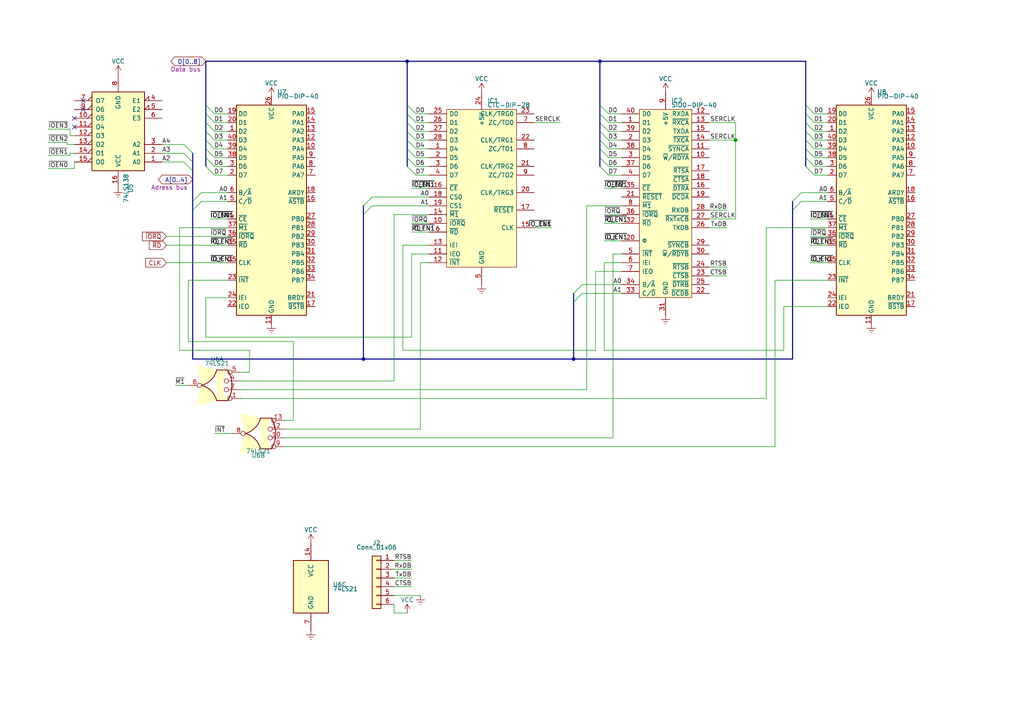
<source format=kicad_sch>
(kicad_sch (version 20220104) (generator eeschema)
  (paper "A4")
  (lib_symbols
    (symbol "74xx:74LS138" (pin_names (offset 1.016))
      (property "Reference" "U" (at -7.62 11.43 0))
      (property "Value" "74LS138" (at -7.62 -13.97 0))
      (symbol "74LS138_1_0"
        (pin input line (at -12.7 7.62 0) (length 5.08) (name "A0") (number "1"))
        (pin output output_low (at 12.7 -5.08 180) (length 5.08) (name "O5") (number "10"))
        (pin output output_low (at 12.7 -2.54 180) (length 5.08) (name "O4") (number "11"))
        (pin output output_low (at 12.7 0 180) (length 5.08) (name "O3") (number "12"))
        (pin output output_low (at 12.7 2.54 180) (length 5.08) (name "O2") (number "13"))
        (pin output output_low (at 12.7 5.08 180) (length 5.08) (name "O1") (number "14"))
        (pin output output_low (at 12.7 7.62 180) (length 5.08) (name "O0") (number "15"))
        (pin power_in line (at 0 15.24 270) (length 5.08) (name "VCC") (number "16"))
        (pin input line (at -12.7 5.08 0) (length 5.08) (name "A1") (number "2"))
        (pin input line (at -12.7 2.54 0) (length 5.08) (name "A2") (number "3"))
        (pin input input_low (at -12.7 -10.16 0) (length 5.08) (name "E1") (number "4"))
        (pin input input_low (at -12.7 -7.62 0) (length 5.08) (name "E2") (number "5"))
        (pin input line (at -12.7 -5.08 0) (length 5.08) (name "E3") (number "6"))
        (pin output output_low (at 12.7 -10.16 180) (length 5.08) (name "O7") (number "7"))
        (pin power_in line (at 0 -17.78 90) (length 5.08) (name "GND") (number "8"))
        (pin output output_low (at 12.7 -7.62 180) (length 5.08) (name "O6") (number "9"))
      )
      (symbol "74LS138_1_1"
        (rectangle (start -7.62 10.16) (end 7.62 -12.7) (stroke (width 0.254)) (fill (type background)))
      )
    )
    (symbol "74xx:74LS21" (pin_names (offset 1.016))
      (property "Reference" "U" (at 0 1.27 0))
      (property "Value" "74LS21" (at 0 -1.27 0))
      (symbol "74LS21_1_1"
        (arc (start -0.635 4.445) (mid -5.08 0) (end -0.635 -4.445) (stroke (width 0.254)) (fill (type background)))
        (polyline (pts (xy -0.635 4.445) (xy -3.81 4.445) (xy -3.81 -4.445) (xy -0.635 -4.445)) (stroke (width 0.254)) (fill (type background)))
        (pin input line (at -7.62 3.81 0) (length 3.81) (name "~") (number "1"))
        (pin input line (at -7.62 1.27 0) (length 3.81) (name "~") (number "2"))
        (pin input line (at -7.62 -1.27 0) (length 3.81) (name "~") (number "4"))
        (pin input line (at -7.62 -3.81 0) (length 3.81) (name "~") (number "5"))
        (pin output line (at 7.62 0 180) (length 3.81) (name "~") (number "6"))
      )
      (symbol "74LS21_1_2"
        (arc (start -3.81 4.445) (mid -20.0158 0) (end -3.81 -4.445) (stroke (width 0.254)))
        (arc (start -0.6096 4.445) (mid -6.3723 -5.7043) (end 3.81 0) (stroke (width 0.254)) (fill (type background)))
        (polyline (pts (xy -3.81 -4.445) (xy -0.635 -4.445)) (stroke (width 0.254)) (fill (type background)))
        (polyline (pts (xy -3.81 4.445) (xy -0.635 4.445)) (stroke (width 0.254)) (fill (type background)))
        (polyline (pts (xy -0.635 4.445) (xy -3.81 4.445) (xy -3.81 4.445) (xy -3.6322 4.0894) (xy -3.0988 2.921) (xy -2.7686 1.6764) (xy -2.6162 0.4318) (xy -2.6416 -0.8636) (xy -2.8702 -2.1082) (xy -3.2512 -3.3274) (xy -3.81 -4.445) (xy -3.81 -4.445) (xy -0.635 -4.445)) (stroke (width -25.4)) (fill (type background)))
        (arc (start 3.81 0) (mid -6.3178 5.6502) (end -0.6096 -4.445) (stroke (width 0.254)) (fill (type background)))
        (pin input inverted (at -7.62 3.81 0) (length 3.81) (name "~") (number "1"))
        (pin input inverted (at -7.62 1.27 0) (length 4.826) (name "~") (number "2"))
        (pin input inverted (at -7.62 -1.27 0) (length 4.826) (name "~") (number "4"))
        (pin input inverted (at -7.62 -3.81 0) (length 3.81) (name "~") (number "5"))
        (pin output inverted (at 7.62 0 180) (length 3.81) (name "~") (number "6"))
      )
      (symbol "74LS21_2_1"
        (arc (start -0.635 4.445) (mid -5.08 0) (end -0.635 -4.445) (stroke (width 0.254)) (fill (type background)))
        (polyline (pts (xy -0.635 4.445) (xy -3.81 4.445) (xy -3.81 -4.445) (xy -0.635 -4.445)) (stroke (width 0.254)) (fill (type background)))
        (pin input line (at -7.62 1.27 0) (length 3.81) (name "~") (number "10"))
        (pin input line (at -7.62 -1.27 0) (length 3.81) (name "~") (number "12"))
        (pin input line (at -7.62 -3.81 0) (length 3.81) (name "~") (number "13"))
        (pin output line (at 7.62 0 180) (length 3.81) (name "~") (number "8"))
        (pin input line (at -7.62 3.81 0) (length 3.81) (name "~") (number "9"))
      )
      (symbol "74LS21_2_2"
        (arc (start -3.81 4.445) (mid -20.0158 0) (end -3.81 -4.445) (stroke (width 0.254)))
        (arc (start -0.6096 4.445) (mid -6.3723 -5.7043) (end 3.81 0) (stroke (width 0.254)) (fill (type background)))
        (polyline (pts (xy -3.81 -4.445) (xy -0.635 -4.445)) (stroke (width 0.254)) (fill (type background)))
        (polyline (pts (xy -3.81 4.445) (xy -0.635 4.445)) (stroke (width 0.254)) (fill (type background)))
        (polyline (pts (xy -0.635 4.445) (xy -3.81 4.445) (xy -3.81 4.445) (xy -3.6322 4.0894) (xy -3.0988 2.921) (xy -2.7686 1.6764) (xy -2.6162 0.4318) (xy -2.6416 -0.8636) (xy -2.8702 -2.1082) (xy -3.2512 -3.3274) (xy -3.81 -4.445) (xy -3.81 -4.445) (xy -0.635 -4.445)) (stroke (width -25.4)) (fill (type background)))
        (arc (start 3.81 0) (mid -6.3178 5.6502) (end -0.6096 -4.445) (stroke (width 0.254)) (fill (type background)))
        (pin input inverted (at -7.62 1.27 0) (length 4.826) (name "~") (number "10"))
        (pin input inverted (at -7.62 -1.27 0) (length 4.826) (name "~") (number "12"))
        (pin input inverted (at -7.62 -3.81 0) (length 3.81) (name "~") (number "13"))
        (pin output inverted (at 7.62 0 180) (length 3.81) (name "~") (number "8"))
        (pin input inverted (at -7.62 3.81 0) (length 3.81) (name "~") (number "9"))
      )
      (symbol "74LS21_3_0"
        (pin power_in line (at 0 12.7 270) (length 5.08) (name "VCC") (number "14"))
        (pin power_in line (at 0 -12.7 90) (length 5.08) (name "GND") (number "7"))
      )
      (symbol "74LS21_3_1"
        (rectangle (start -5.08 7.62) (end 5.08 -7.62) (stroke (width 0.254)) (fill (type background)))
      )
    )
    (symbol "Connector_Generic:Conn_01x06" (pin_names (offset 1.016) hide)
      (property "Reference" "J" (at 0 7.62 0))
      (property "Value" "Conn_01x06" (at 0 -10.16 0))
      (symbol "Conn_01x06_1_1"
        (rectangle (start -1.27 -7.493) (end 0 -7.747) (stroke (width 0.1524)))
        (rectangle (start -1.27 -4.953) (end 0 -5.207) (stroke (width 0.1524)))
        (rectangle (start -1.27 -2.413) (end 0 -2.667) (stroke (width 0.1524)))
        (rectangle (start -1.27 0.127) (end 0 -0.127) (stroke (width 0.1524)))
        (rectangle (start -1.27 2.667) (end 0 2.413) (stroke (width 0.1524)))
        (rectangle (start -1.27 5.207) (end 0 4.953) (stroke (width 0.1524)))
        (rectangle (start -1.27 6.35) (end 1.27 -8.89) (stroke (width 0.254)) (fill (type background)))
        (pin passive line (at -5.08 5.08 0) (length 3.81) (name "Pin_1") (number "1"))
        (pin passive line (at -5.08 2.54 0) (length 3.81) (name "Pin_2") (number "2"))
        (pin passive line (at -5.08 0 0) (length 3.81) (name "Pin_3") (number "3"))
        (pin passive line (at -5.08 -2.54 0) (length 3.81) (name "Pin_4") (number "4"))
        (pin passive line (at -5.08 -5.08 0) (length 3.81) (name "Pin_5") (number "5"))
        (pin passive line (at -5.08 -7.62 0) (length 3.81) (name "Pin_6") (number "6"))
      )
    )
    (symbol "Zilog_Z80_Peripherals:CTC-DIP-28" (pin_names (offset 0.762))
      (property "Reference" "IC" (at 0 2.54 0))
      (property "Value" "CTC-DIP-28" (at 12.7 1.27 0))
      (symbol "CTC-DIP-28_0_0"
        (pin bidirectional line (at -5.08 -11.43 0) (length 5.08) (name "D4") (number "1"))
        (pin input line (at -5.08 -33.02 0) (length 5.08) (name "~{IORQ}") (number "10"))
        (pin output line (at -5.08 -41.91 0) (length 5.08) (name "IEO") (number "11"))
        (pin open_collector line (at -5.08 -44.45 0) (length 5.08) (name "~{INT}") (number "12"))
        (pin input line (at -5.08 -39.37 0) (length 5.08) (name "IEI") (number "13"))
        (pin input line (at -5.08 -30.48 0) (length 5.08) (name "~{M1}") (number "14"))
        (pin input line (at 25.4 -34.29 180) (length 5.08) (name "CLK") (number "15"))
        (pin input line (at -5.08 -22.86 0) (length 5.08) (name "~{CE}") (number "16"))
        (pin input line (at 25.4 -29.21 180) (length 5.08) (name "~{RESET}") (number "17"))
        (pin input line (at -5.08 -25.4 0) (length 5.08) (name "CS0") (number "18"))
        (pin input line (at -5.08 -27.94 0) (length 5.08) (name "CS1") (number "19"))
        (pin bidirectional line (at -5.08 -13.97 0) (length 5.08) (name "D5") (number "2"))
        (pin input line (at 25.4 -24.13 180) (length 5.08) (name "CLK/TRG3") (number "20"))
        (pin input line (at 25.4 -16.51 180) (length 5.08) (name "CLK/TRG2") (number "21"))
        (pin input line (at 25.4 -8.89 180) (length 5.08) (name "CLK/TRG1") (number "22"))
        (pin input line (at 25.4 -1.27 180) (length 5.08) (name "CLK/TRG0") (number "23"))
        (pin power_in line (at 10.16 5.08 270) (length 5.08) (name "+5V") (number "24"))
        (pin bidirectional line (at -5.08 -1.27 0) (length 5.08) (name "D0") (number "25"))
        (pin bidirectional line (at -5.08 -3.81 0) (length 5.08) (name "D1") (number "26"))
        (pin bidirectional line (at -5.08 -6.35 0) (length 5.08) (name "D2") (number "27"))
        (pin bidirectional line (at -5.08 -8.89 0) (length 5.08) (name "D3") (number "28"))
        (pin bidirectional line (at -5.08 -16.51 0) (length 5.08) (name "D6") (number "3"))
        (pin bidirectional line (at -5.08 -19.05 0) (length 5.08) (name "D7") (number "4"))
        (pin power_in line (at 10.16 -50.8 90) (length 5.08) (name "GND") (number "5"))
        (pin input line (at -5.08 -35.56 0) (length 5.08) (name "~{RD}") (number "6"))
        (pin output line (at 25.4 -3.81 180) (length 5.08) (name "ZC/TO0") (number "7"))
        (pin output line (at 25.4 -11.43 180) (length 5.08) (name "ZC/TO1") (number "8"))
        (pin output line (at 25.4 -19.05 180) (length 5.08) (name "ZC/TO2") (number "9"))
      )
      (symbol "CTC-DIP-28_0_1"
        (rectangle (start 0 0) (end 20.32 -45.72) (fill (type background)))
      )
    )
    (symbol "Zilog_Z80_Peripherals:PIO-DIP-40"
      (property "Reference" "U" (at 0 1.27 0))
      (property "Value" "PIO-DIP-40" (at 13.97 1.27 0))
      (symbol "PIO-DIP-40_1_0"
        (rectangle (start 0 0) (end 20.32 -60.96) (stroke (width 0.254)) (fill (type background)))
      )
      (symbol "PIO-DIP-40_1_1"
        (pin bidirectional line (at -2.54 -7.62 0) (length 2.54) (name "D2") (number "1"))
        (pin bidirectional line (at 22.86 -12.7 180) (length 2.54) (name "PA4") (number "10"))
        (pin power_in line (at 10.16 -63.5 90) (length 2.54) (name "GND") (number "11"))
        (pin bidirectional line (at 22.86 -10.16 180) (length 2.54) (name "PA3") (number "12"))
        (pin bidirectional line (at 22.86 -7.62 180) (length 2.54) (name "PA2") (number "13"))
        (pin bidirectional line (at 22.86 -5.08 180) (length 2.54) (name "PA1") (number "14"))
        (pin bidirectional line (at 22.86 -2.54 180) (length 2.54) (name "PA0") (number "15"))
        (pin input line (at 22.86 -27.94 180) (length 2.54) (name "~{ASTB}") (number "16"))
        (pin input line (at 22.86 -58.42 180) (length 2.54) (name "~{BSTB}") (number "17"))
        (pin output line (at 22.86 -25.4 180) (length 2.54) (name "ARDY") (number "18"))
        (pin bidirectional line (at -2.54 -2.54 0) (length 2.54) (name "D0") (number "19"))
        (pin bidirectional line (at -2.54 -20.32 0) (length 2.54) (name "D7") (number "2"))
        (pin bidirectional line (at -2.54 -5.08 0) (length 2.54) (name "D1") (number "20"))
        (pin output line (at 22.86 -55.88 180) (length 2.54) (name "BRDY") (number "21"))
        (pin output line (at -2.54 -58.42 0) (length 2.54) (name "IEO") (number "22"))
        (pin open_collector line (at -2.54 -50.8 0) (length 2.54) (name "~{INT}") (number "23"))
        (pin input line (at -2.54 -55.88 0) (length 2.54) (name "IEI") (number "24"))
        (pin input line (at -2.54 -45.72 0) (length 2.54) (name "CLK") (number "25"))
        (pin power_in line (at 10.16 2.54 270) (length 2.54) (name "VCC") (number "26"))
        (pin bidirectional line (at 22.86 -33.02 180) (length 2.54) (name "PB0") (number "27"))
        (pin bidirectional line (at 22.86 -35.56 180) (length 2.54) (name "PB1") (number "28"))
        (pin bidirectional line (at 22.86 -38.1 180) (length 2.54) (name "PB2") (number "29"))
        (pin bidirectional line (at -2.54 -17.78 0) (length 2.54) (name "D6") (number "3"))
        (pin bidirectional line (at 22.86 -40.64 180) (length 2.54) (name "PB3") (number "30"))
        (pin bidirectional line (at 22.86 -43.18 180) (length 2.54) (name "PB4") (number "31"))
        (pin bidirectional line (at 22.86 -45.72 180) (length 2.54) (name "PB5") (number "32"))
        (pin bidirectional line (at 22.86 -48.26 180) (length 2.54) (name "PB6") (number "33"))
        (pin bidirectional line (at 22.86 -50.8 180) (length 2.54) (name "PB7") (number "34"))
        (pin input line (at -2.54 -40.64 0) (length 2.54) (name "~{RD}") (number "35"))
        (pin input line (at -2.54 -38.1 0) (length 2.54) (name "~{IORQ}") (number "36"))
        (pin input line (at -2.54 -35.56 0) (length 2.54) (name "~{M1}") (number "37"))
        (pin bidirectional line (at -2.54 -15.24 0) (length 2.54) (name "D5") (number "38"))
        (pin bidirectional line (at -2.54 -12.7 0) (length 2.54) (name "D4") (number "39"))
        (pin input line (at -2.54 -33.02 0) (length 2.54) (name "~{CE}") (number "4"))
        (pin bidirectional line (at -2.54 -10.16 0) (length 2.54) (name "D3") (number "40"))
        (pin input line (at -2.54 -27.94 0) (length 2.54) (name "C/~{D}") (number "5"))
        (pin input line (at -2.54 -25.4 0) (length 2.54) (name "B/~{A}") (number "6"))
        (pin bidirectional line (at 22.86 -20.32 180) (length 2.54) (name "PA7") (number "7"))
        (pin bidirectional line (at 22.86 -17.78 180) (length 2.54) (name "PA6") (number "8"))
        (pin bidirectional line (at 22.86 -15.24 180) (length 2.54) (name "PA5") (number "9"))
      )
    )
    (symbol "Zilog_Z80_Peripherals:SIO0-DIP-40" (pin_names (offset 0.762))
      (property "Reference" "IC" (at 0 1.27 0))
      (property "Value" "SIO0-DIP-40" (at 7.62 1.27 0))
      (symbol "SIO0-DIP-40_0_0"
        (pin bidirectional line (at -5.08 -3.81 0) (length 5.08) (name "D1") (number "1"))
        (pin output line (at 20.32 -13.97 180) (length 5.08) (name "~{W}/~{RDYA}") (number "10"))
        (pin bidirectional line (at 20.32 -11.43 180) (length 5.08) (name "~{SYNCA}") (number "11"))
        (pin input line (at 20.32 -1.27 180) (length 5.08) (name "RXDA") (number "12"))
        (pin input line (at 20.32 -3.81 180) (length 5.08) (name "~{RXCA}") (number "13"))
        (pin output line (at 20.32 -8.89 180) (length 5.08) (name "~{TXCA}") (number "14"))
        (pin output line (at 20.32 -6.35 180) (length 5.08) (name "TXDA") (number "15"))
        (pin output line (at 20.32 -22.86 180) (length 5.08) (name "~{DTRA}") (number "16"))
        (pin output line (at 20.32 -17.78 180) (length 5.08) (name "~{RTSA}") (number "17"))
        (pin input line (at 20.32 -20.32 180) (length 5.08) (name "~{CTSA}") (number "18"))
        (pin input line (at 20.32 -25.4 180) (length 5.08) (name "~{DCDA}") (number "19"))
        (pin bidirectional line (at -5.08 -8.89 0) (length 5.08) (name "D3") (number "2"))
        (pin input line (at -5.08 -38.1 0) (length 5.08) (name "Φ") (number "20"))
        (pin input line (at -5.08 -25.4 0) (length 5.08) (name "~{RESET}") (number "21"))
        (pin input line (at 20.32 -53.34 180) (length 5.08) (name "~{DCDB}") (number "22"))
        (pin input line (at 20.32 -48.26 180) (length 5.08) (name "~{CTSB}") (number "23"))
        (pin output line (at 20.32 -45.72 180) (length 5.08) (name "~{RTSB}") (number "24"))
        (pin output line (at 20.32 -50.8 180) (length 5.08) (name "~{DTRB}") (number "25"))
        (pin output line (at 20.32 -34.29 180) (length 5.08) (name "TXDB") (number "26"))
        (pin input line (at 20.32 -31.75 180) (length 5.08) (name "~{RxTxCB}") (number "27"))
        (pin input line (at 20.32 -29.21 180) (length 5.08) (name "RXDB") (number "28"))
        (pin input line (at 20.32 -39.37 180) (length 5.08) (name "~{SYNCB}") (number "29"))
        (pin bidirectional line (at -5.08 -13.97 0) (length 5.08) (name "D5") (number "3"))
        (pin output line (at 20.32 -41.91 180) (length 5.08) (name "~{W}/~{RDYB}") (number "30"))
        (pin power_in line (at 7.62 -59.69 90) (length 5.08) (name "GND") (number "31"))
        (pin input line (at -5.08 -33.02 0) (length 5.08) (name "~{RD}") (number "32"))
        (pin input line (at -5.08 -53.34 0) (length 5.08) (name "C/~{D}") (number "33"))
        (pin input line (at -5.08 -50.8 0) (length 5.08) (name "B/~{A}") (number "34"))
        (pin input line (at -5.08 -22.86 0) (length 5.08) (name "~{CE}") (number "35"))
        (pin input line (at -5.08 -30.48 0) (length 5.08) (name "~{IORQ}") (number "36"))
        (pin bidirectional line (at -5.08 -16.51 0) (length 5.08) (name "D6") (number "37"))
        (pin bidirectional line (at -5.08 -11.43 0) (length 5.08) (name "D4") (number "38"))
        (pin bidirectional line (at -5.08 -6.35 0) (length 5.08) (name "D2") (number "39"))
        (pin bidirectional line (at -5.08 -19.05 0) (length 5.08) (name "D7") (number "4"))
        (pin bidirectional line (at -5.08 -1.27 0) (length 5.08) (name "D0") (number "40"))
        (pin open_collector line (at -5.08 -41.91 0) (length 5.08) (name "~{INT}") (number "5"))
        (pin input line (at -5.08 -44.45 0) (length 5.08) (name "IEI") (number "6"))
        (pin output line (at -5.08 -46.99 0) (length 5.08) (name "IEO") (number "7"))
        (pin input line (at -5.08 -27.94 0) (length 5.08) (name "~{M1}") (number "8"))
        (pin power_in line (at 7.62 5.08 270) (length 5.08) (name "+5V") (number "9"))
      )
      (symbol "SIO0-DIP-40_0_1"
        (rectangle (start 0 0) (end 15.24 -54.61) (fill (type background)))
      )
    )
    (symbol "power:Earth" (power) (pin_names (offset 0))
      (symbol "Earth_0_1"
        (polyline (pts (xy -0.635 -1.905) (xy 0.635 -1.905)))
        (polyline (pts (xy -0.127 -2.54) (xy 0.127 -2.54)))
        (polyline (pts (xy 0 -1.27) (xy 0 0)))
        (polyline (pts (xy 1.27 -1.27) (xy -1.27 -1.27)))
      )
      (symbol "Earth_1_1"
        (pin power_in line (at 0 0 270) (length 0) hide (name "Earth") (number "1"))
      )
    )
    (symbol "power:VCC" (power) (pin_names (offset 0))
      (property "Value" "VCC" (at 0 3.81 0))
      (symbol "VCC_0_1"
        (polyline (pts (xy -0.762 1.27) (xy 0 2.54)))
        (polyline (pts (xy 0 0) (xy 0 2.54)))
        (polyline (pts (xy 0 2.54) (xy 0.762 1.27)))
      )
      (symbol "VCC_1_1"
        (pin power_in line (at 0 0 90) (length 0) hide (name "VCC") (number "1"))
      )
    )
  )
  (junction (at 166.37 104.14))
  (junction (at 213.36 40.64))
  (junction (at 105.41 104.14))
  (junction (at 118.11 17.78))
  (junction (at 173.99 17.78))
  (no_connect (at 21.59 34.29))
  (no_connect (at 24.13 29.21))
  (no_connect (at 21.59 36.83))
  (no_connect (at 24.13 31.75))
  (bus_entry (at 59.69 40.64) (size 2.54 2.54))
  (bus_entry (at 233.68 33.02) (size 2.54 2.54))
  (bus_entry (at 173.99 45.72) (size 2.54 2.54))
  (bus_entry (at 59.69 35.56) (size 2.54 2.54))
  (bus_entry (at 173.99 38.1) (size 2.54 2.54))
  (bus_entry (at 59.69 30.48) (size 2.54 2.54))
  (bus_entry (at 55.88 58.42) (size 2.54 -2.54))
  (bus_entry (at 233.68 48.26) (size 2.54 2.54))
  (bus_entry (at 59.69 45.72) (size 2.54 2.54))
  (bus_entry (at 59.69 48.26) (size 2.54 2.54))
  (bus_entry (at 173.99 48.26) (size 2.54 2.54))
  (bus_entry (at 229.87 60.96) (size 2.54 -2.54))
  (bus_entry (at 229.87 58.42) (size 2.54 -2.54))
  (bus_entry (at 105.41 59.69) (size 2.54 -2.54))
  (bus_entry (at 173.99 40.64) (size 2.54 2.54))
  (bus_entry (at 53.34 46.99) (size 2.54 2.54))
  (bus_entry (at 53.34 44.45) (size 2.54 2.54))
  (bus_entry (at 53.34 41.91) (size 2.54 2.54))
  (bus_entry (at 118.11 38.1) (size 2.54 2.54))
  (bus_entry (at 173.99 43.18) (size 2.54 2.54))
  (bus_entry (at 118.11 40.64) (size 2.54 2.54))
  (bus_entry (at 118.11 35.56) (size 2.54 2.54))
  (bus_entry (at 105.41 62.23) (size 2.54 -2.54))
  (bus_entry (at 118.11 33.02) (size 2.54 2.54))
  (bus_entry (at 55.88 60.96) (size 2.54 -2.54))
  (bus_entry (at 118.11 45.72) (size 2.54 2.54))
  (bus_entry (at 233.68 30.48) (size 2.54 2.54))
  (bus_entry (at 118.11 43.18) (size 2.54 2.54))
  (bus_entry (at 59.69 43.18) (size 2.54 2.54))
  (bus_entry (at 233.68 43.18) (size 2.54 2.54))
  (bus_entry (at 173.99 35.56) (size 2.54 2.54))
  (bus_entry (at 173.99 33.02) (size 2.54 2.54))
  (bus_entry (at 173.99 30.48) (size 2.54 2.54))
  (bus_entry (at 118.11 48.26) (size 2.54 2.54))
  (bus_entry (at 233.68 35.56) (size 2.54 2.54))
  (bus_entry (at 233.68 40.64) (size 2.54 2.54))
  (bus_entry (at 59.69 38.1) (size 2.54 2.54))
  (bus_entry (at 166.37 85.09) (size 2.54 -2.54))
  (bus_entry (at 166.37 87.63) (size 2.54 -2.54))
  (bus_entry (at 233.68 45.72) (size 2.54 2.54))
  (bus_entry (at 59.69 33.02) (size 2.54 2.54))
  (bus_entry (at 233.68 38.1) (size 2.54 2.54))
  (bus_entry (at 118.11 30.48) (size 2.54 2.54))
  (bus (pts (xy 59.69 38.1) (xy 59.69 40.64)))
  (wire (pts (xy 46.99 44.45) (xy 53.34 44.45)))
  (wire (pts (xy 82.55 121.92) (xy 85.09 121.92)))
  (bus (pts (xy 166.37 85.09) (xy 166.37 87.63)))
  (bus (pts (xy 105.41 62.23) (xy 105.41 104.14)))
  (wire (pts (xy 85.09 121.92) (xy 85.09 99.06)))
  (wire (pts (xy 121.92 124.46) (xy 121.92 76.2)))
  (wire (pts (xy 13.97 48.895) (xy 21.59 48.895)))
  (bus (pts (xy 233.68 38.1) (xy 233.68 40.64)))
  (wire (pts (xy 180.34 73.66) (xy 177.8 73.66)))
  (wire (pts (xy 232.41 55.88) (xy 240.03 55.88)))
  (wire (pts (xy 119.38 54.61) (xy 124.46 54.61)))
  (bus (pts (xy 55.88 58.42) (xy 55.88 60.96)))
  (wire (pts (xy 240.03 81.28) (xy 224.79 81.28)))
  (bus (pts (xy 173.99 17.78) (xy 173.99 30.48)))
  (wire (pts (xy 119.38 67.31) (xy 124.46 67.31)))
  (bus (pts (xy 233.68 40.64) (xy 233.68 43.18)))
  (wire (pts (xy 213.36 35.56) (xy 213.36 40.64)))
  (wire (pts (xy 180.34 38.1) (xy 176.53 38.1)))
  (wire (pts (xy 124.46 73.66) (xy 119.38 73.66)))
  (wire (pts (xy 114.3 62.23) (xy 114.3 110.49)))
  (bus (pts (xy 229.87 60.96) (xy 229.87 58.42)))
  (bus (pts (xy 173.99 38.1) (xy 173.99 40.64)))
  (wire (pts (xy 234.95 76.2) (xy 240.03 76.2)))
  (wire (pts (xy 213.36 40.64) (xy 205.74 40.64)))
  (wire (pts (xy 54.61 81.28) (xy 66.04 81.28)))
  (wire (pts (xy 48.26 76.2) (xy 66.04 76.2)))
  (bus (pts (xy 55.88 46.99) (xy 55.88 49.53)))
  (bus (pts (xy 118.11 17.78) (xy 173.99 17.78)))
  (wire (pts (xy 20.32 44.45) (xy 21.59 44.45)))
  (bus (pts (xy 118.11 40.64) (xy 118.11 43.18)))
  (wire (pts (xy 13.97 41.275) (xy 19.4536 41.275)))
  (bus (pts (xy 233.68 35.56) (xy 233.68 38.1)))
  (wire (pts (xy 240.03 48.26) (xy 236.22 48.26)))
  (wire (pts (xy 175.26 76.2) (xy 175.26 101.6)))
  (wire (pts (xy 210.82 60.96) (xy 205.74 60.96)))
  (wire (pts (xy 168.91 82.55) (xy 180.34 82.55)))
  (bus (pts (xy 59.69 43.18) (xy 59.69 45.72)))
  (wire (pts (xy 59.69 97.79) (xy 59.69 86.36)))
  (wire (pts (xy 85.09 99.06) (xy 54.61 99.06)))
  (wire (pts (xy 175.26 54.61) (xy 180.34 54.61)))
  (wire (pts (xy 62.23 125.73) (xy 67.31 125.73)))
  (wire (pts (xy 172.72 101.6) (xy 116.84 101.6)))
  (wire (pts (xy 124.46 48.26) (xy 120.65 48.26)))
  (wire (pts (xy 69.85 115.57) (xy 222.25 115.57)))
  (wire (pts (xy 227.33 88.9) (xy 240.03 88.9)))
  (wire (pts (xy 170.18 59.69) (xy 180.34 59.69)))
  (bus (pts (xy 173.99 43.18) (xy 173.99 45.72)))
  (wire (pts (xy 114.3 175.26) (xy 114.3 177.8)))
  (wire (pts (xy 48.26 68.58) (xy 66.04 68.58)))
  (wire (pts (xy 69.85 110.49) (xy 114.3 110.49)))
  (wire (pts (xy 240.03 35.56) (xy 236.22 35.56)))
  (wire (pts (xy 168.91 85.09) (xy 180.34 85.09)))
  (wire (pts (xy 66.04 40.64) (xy 62.23 40.64)))
  (wire (pts (xy 175.26 62.23) (xy 180.34 62.23)))
  (wire (pts (xy 180.34 76.2) (xy 175.26 76.2)))
  (bus (pts (xy 55.88 49.53) (xy 55.88 58.42)))
  (wire (pts (xy 119.38 73.66) (xy 119.38 97.79)))
  (wire (pts (xy 119.38 97.79) (xy 59.69 97.79)))
  (wire (pts (xy 69.85 113.03) (xy 170.18 113.03)))
  (wire (pts (xy 240.03 38.1) (xy 236.22 38.1)))
  (wire (pts (xy 66.04 35.56) (xy 62.23 35.56)))
  (wire (pts (xy 222.25 115.57) (xy 222.25 66.04)))
  (wire (pts (xy 124.46 33.02) (xy 120.65 33.02)))
  (wire (pts (xy 224.79 129.54) (xy 82.55 129.54)))
  (wire (pts (xy 52.07 101.6) (xy 52.07 66.04)))
  (bus (pts (xy 59.69 17.78) (xy 59.69 30.48)))
  (wire (pts (xy 50.8 111.76) (xy 54.61 111.76)))
  (wire (pts (xy 180.34 78.74) (xy 172.72 78.74)))
  (wire (pts (xy 72.39 101.6) (xy 52.07 101.6)))
  (wire (pts (xy 240.03 40.64) (xy 236.22 40.64)))
  (wire (pts (xy 124.46 35.56) (xy 120.65 35.56)))
  (bus (pts (xy 173.99 40.64) (xy 173.99 43.18)))
  (wire (pts (xy 66.04 38.1) (xy 62.23 38.1)))
  (bus (pts (xy 105.41 104.14) (xy 166.37 104.14)))
  (wire (pts (xy 119.38 162.56) (xy 114.3 162.56)))
  (wire (pts (xy 234.95 63.5) (xy 240.03 63.5)))
  (wire (pts (xy 58.42 55.88) (xy 66.04 55.88)))
  (bus (pts (xy 173.99 17.78) (xy 233.68 17.78)))
  (wire (pts (xy 180.34 40.64) (xy 176.53 40.64)))
  (wire (pts (xy 124.46 45.72) (xy 120.65 45.72)))
  (wire (pts (xy 21.59 46.99) (xy 21.59 48.895)))
  (bus (pts (xy 166.37 104.14) (xy 229.87 104.14)))
  (wire (pts (xy 59.69 86.36) (xy 66.04 86.36)))
  (bus (pts (xy 59.69 30.48) (xy 59.69 33.02)))
  (wire (pts (xy 240.03 43.18) (xy 236.22 43.18)))
  (bus (pts (xy 55.88 104.14) (xy 105.41 104.14)))
  (wire (pts (xy 170.18 113.03) (xy 170.18 59.69)))
  (wire (pts (xy 180.34 43.18) (xy 176.53 43.18)))
  (wire (pts (xy 20.32 37.465) (xy 20.32 39.37)))
  (bus (pts (xy 173.99 45.72) (xy 173.99 48.26)))
  (bus (pts (xy 233.68 30.48) (xy 233.68 33.02)))
  (wire (pts (xy 210.82 80.01) (xy 205.74 80.01)))
  (bus (pts (xy 166.37 87.63) (xy 166.37 104.14)))
  (wire (pts (xy 213.36 40.64) (xy 213.36 63.5)))
  (wire (pts (xy 119.38 170.18) (xy 114.3 170.18)))
  (wire (pts (xy 46.99 41.91) (xy 53.34 41.91)))
  (wire (pts (xy 227.33 101.6) (xy 227.33 88.9)))
  (bus (pts (xy 55.88 44.45) (xy 55.88 46.99)))
  (wire (pts (xy 175.26 101.6) (xy 227.33 101.6)))
  (bus (pts (xy 118.11 38.1) (xy 118.11 40.64)))
  (wire (pts (xy 224.79 81.28) (xy 224.79 129.54)))
  (wire (pts (xy 172.72 78.74) (xy 172.72 101.6)))
  (wire (pts (xy 107.95 57.15) (xy 124.46 57.15)))
  (wire (pts (xy 60.96 63.5) (xy 66.04 63.5)))
  (wire (pts (xy 13.97 37.465) (xy 20.32 37.465)))
  (bus (pts (xy 229.87 104.14) (xy 229.87 60.96)))
  (wire (pts (xy 48.26 71.12) (xy 66.04 71.12)))
  (wire (pts (xy 107.95 59.69) (xy 124.46 59.69)))
  (wire (pts (xy 114.3 172.72) (xy 121.92 172.72)))
  (wire (pts (xy 180.34 33.02) (xy 176.53 33.02)))
  (wire (pts (xy 54.61 99.06) (xy 54.61 81.28)))
  (wire (pts (xy 240.03 50.8) (xy 236.22 50.8)))
  (wire (pts (xy 20.32 45.085) (xy 20.32 44.45)))
  (wire (pts (xy 19.4536 41.275) (xy 19.4536 41.91)))
  (wire (pts (xy 124.46 38.1) (xy 120.65 38.1)))
  (wire (pts (xy 180.34 35.56) (xy 176.53 35.56)))
  (wire (pts (xy 13.97 45.085) (xy 20.32 45.085)))
  (wire (pts (xy 66.04 33.02) (xy 62.23 33.02)))
  (wire (pts (xy 66.04 43.18) (xy 62.23 43.18)))
  (bus (pts (xy 173.99 35.56) (xy 173.99 38.1)))
  (wire (pts (xy 124.46 50.8) (xy 120.65 50.8)))
  (bus (pts (xy 59.69 40.64) (xy 59.69 43.18)))
  (bus (pts (xy 118.11 33.02) (xy 118.11 35.56)))
  (wire (pts (xy 162.56 35.56) (xy 154.94 35.56)))
  (bus (pts (xy 118.11 17.78) (xy 118.11 30.48)))
  (wire (pts (xy 222.25 66.04) (xy 240.03 66.04)))
  (wire (pts (xy 180.34 48.26) (xy 176.53 48.26)))
  (wire (pts (xy 66.04 45.72) (xy 62.23 45.72)))
  (bus (pts (xy 173.99 33.02) (xy 173.99 35.56)))
  (bus (pts (xy 59.69 35.56) (xy 59.69 38.1)))
  (wire (pts (xy 213.36 35.56) (xy 205.74 35.56)))
  (wire (pts (xy 58.42 58.42) (xy 66.04 58.42)))
  (wire (pts (xy 119.38 167.64) (xy 114.3 167.64)))
  (wire (pts (xy 72.39 107.95) (xy 72.39 101.6)))
  (wire (pts (xy 119.38 64.77) (xy 124.46 64.77)))
  (bus (pts (xy 233.68 17.78) (xy 233.68 30.48)))
  (wire (pts (xy 175.26 69.85) (xy 180.34 69.85)))
  (bus (pts (xy 59.69 45.72) (xy 59.69 48.26)))
  (wire (pts (xy 82.55 124.46) (xy 121.92 124.46)))
  (wire (pts (xy 124.46 40.64) (xy 120.65 40.64)))
  (wire (pts (xy 66.04 48.26) (xy 62.23 48.26)))
  (wire (pts (xy 119.38 165.1) (xy 114.3 165.1)))
  (wire (pts (xy 175.26 64.77) (xy 180.34 64.77)))
  (bus (pts (xy 118.11 45.72) (xy 118.11 48.26)))
  (wire (pts (xy 66.04 50.8) (xy 62.23 50.8)))
  (bus (pts (xy 118.11 30.48) (xy 118.11 33.02)))
  (wire (pts (xy 69.85 107.95) (xy 72.39 107.95)))
  (bus (pts (xy 173.99 30.48) (xy 173.99 33.02)))
  (bus (pts (xy 118.11 35.56) (xy 118.11 38.1)))
  (bus (pts (xy 233.68 33.02) (xy 233.68 35.56)))
  (wire (pts (xy 232.41 58.42) (xy 240.03 58.42)))
  (wire (pts (xy 240.03 45.72) (xy 236.22 45.72)))
  (wire (pts (xy 160.02 66.04) (xy 154.94 66.04)))
  (bus (pts (xy 118.11 43.18) (xy 118.11 45.72)))
  (wire (pts (xy 116.84 101.6) (xy 116.84 71.12)))
  (wire (pts (xy 20.32 39.37) (xy 21.59 39.37)))
  (wire (pts (xy 121.92 76.2) (xy 124.46 76.2)))
  (wire (pts (xy 210.82 77.47) (xy 205.74 77.47)))
  (wire (pts (xy 177.8 73.66) (xy 177.8 127)))
  (wire (pts (xy 82.55 127) (xy 177.8 127)))
  (wire (pts (xy 46.99 46.99) (xy 53.34 46.99)))
  (wire (pts (xy 234.95 68.58) (xy 240.03 68.58)))
  (bus (pts (xy 233.68 45.72) (xy 233.68 48.26)))
  (wire (pts (xy 116.84 71.12) (xy 124.46 71.12)))
  (wire (pts (xy 19.4536 41.91) (xy 21.59 41.91)))
  (wire (pts (xy 240.03 33.02) (xy 236.22 33.02)))
  (wire (pts (xy 210.82 66.04) (xy 205.74 66.04)))
  (wire (pts (xy 114.3 177.8) (xy 118.11 177.8)))
  (bus (pts (xy 105.41 59.69) (xy 105.41 62.23)))
  (wire (pts (xy 114.3 62.23) (xy 124.46 62.23)))
  (bus (pts (xy 59.69 33.02) (xy 59.69 35.56)))
  (wire (pts (xy 180.34 50.8) (xy 176.53 50.8)))
  (wire (pts (xy 124.46 43.18) (xy 120.65 43.18)))
  (wire (pts (xy 180.34 45.72) (xy 176.53 45.72)))
  (bus (pts (xy 55.88 60.96) (xy 55.88 104.14)))
  (bus (pts (xy 233.68 43.18) (xy 233.68 45.72)))
  (wire (pts (xy 234.95 71.12) (xy 240.03 71.12)))
  (wire (pts (xy 52.07 66.04) (xy 66.04 66.04)))
  (wire (pts (xy 213.36 63.5) (xy 205.74 63.5)))
  (bus (pts (xy 59.69 17.78) (xy 118.11 17.78)))
  (label "CLK" (at 234.95 76.2 0))
  (label "D1" (at 238.76 35.56 0))
  (label "D3" (at 123.19 40.64 0))
  (label "A2" (at 46.99 46.99 0))
  (label "~{IO_EN1}" (at 60.96 63.5 0))
  (label "A1" (at 240.03 58.42 0))
  (label "D6" (at 64.77 48.26 0))
  (label "D0" (at 123.19 33.02 0))
  (label "~{IO_EN1}" (at 119.38 67.31 0))
  (label "~{IOEN1}" (at 13.97 45.085 0))
  (label "~{IORQ}" (at 175.26 62.23 0))
  (label "SERCLK" (at 213.36 35.56 0))
  (label "D1" (at 64.77 35.56 0))
  (label "D7" (at 64.77 50.8 0))
  (label "~{IOEN1}" (at 119.38 54.61 0))
  (label "~{IOEN0}" (at 13.97 48.895 0))
  (label "~{IOEN2}" (at 175.26 54.61 0))
  (label "D4" (at 64.77 43.18 0))
  (label "A1" (at 66.04 58.42 0))
  (label "~{IOEN3}" (at 13.97 37.465 0))
  (label "~{IORQ}" (at 234.95 68.58 0))
  (label "A4" (at 46.99 41.91 0))
  (label "D2" (at 64.77 38.1 0))
  (label "~{IORQ}" (at 119.38 64.77 0))
  (label "D3" (at 238.76 40.64 0))
  (label "D5" (at 238.76 45.72 0))
  (label "~{IO_EN1}" (at 119.38 54.61 0))
  (label "A1" (at 180.34 85.09 0))
  (label "RTSB" (at 119.38 162.56 0))
  (label "~{IO_EN1}" (at 234.95 63.5 0))
  (label "A0" (at 66.04 55.88 0))
  (label "D0" (at 64.77 33.02 0))
  (label "D6" (at 179.07 48.26 0))
  (label "~{IO_EN1}" (at 175.26 64.77 0))
  (label "D4" (at 238.76 43.18 0))
  (label "~{IO_EN1}" (at 60.96 76.2 0))
  (label "D6" (at 238.76 48.26 0))
  (label "D2" (at 179.07 38.1 0))
  (label "~{IOEN2}" (at 13.97 41.275 0))
  (label "~{RD}" (at 119.38 67.31 0))
  (label "D2" (at 123.19 38.1 0))
  (label "~{IO_EN1}" (at 175.26 69.85 0))
  (label "~{IO_EN1}" (at 234.95 71.12 0))
  (label "D1" (at 179.07 35.56 0))
  (label "D7" (at 238.76 50.8 0))
  (label "D7" (at 123.19 50.8 0))
  (label "~{RD}" (at 175.26 64.77 0))
  (label "~{IO_EN1}" (at 234.95 76.2 0))
  (label "CLK" (at 175.26 69.85 0))
  (label "~{RD}" (at 234.95 71.12 0))
  (label "CLK" (at 160.02 66.04 0))
  (label "~{IO_EN1}" (at 234.95 76.2 0))
  (label "A3" (at 46.99 44.45 0))
  (label "D0" (at 238.76 33.02 0))
  (label "D5" (at 64.77 45.72 0))
  (label "~{IOEN3}" (at 234.95 63.5 0))
  (label "RxDB" (at 210.82 60.96 0))
  (label "CTSB" (at 119.38 170.18 0))
  (label "D3" (at 179.07 40.64 0))
  (label "SERCLK" (at 213.36 63.5 0))
  (label "D5" (at 179.07 45.72 0))
  (label "~{IO_EN1}" (at 60.96 71.12 0))
  (label "~{IO_EN1}" (at 160.02 66.04 0))
  (label "~{IO_EN1}" (at 234.95 63.5 0))
  (label "D4" (at 123.19 43.18 0))
  (label "~{IO_EN1}" (at 234.95 71.12 0))
  (label "~{IO_EN1}" (at 119.38 54.61 0))
  (label "CLK" (at 60.96 76.2 0))
  (label "D3" (at 64.77 40.64 0))
  (label "D0" (at 179.07 33.02 0))
  (label "~{IO_EN1}" (at 60.96 76.2 0))
  (label "D7" (at 179.07 50.8 0))
  (label "A0" (at 240.03 55.88 0))
  (label "TxDB" (at 210.82 66.04 0))
  (label "~{INT}" (at 62.23 125.73 0))
  (label "~{IO_EN1}" (at 175.26 54.61 0))
  (label "SERCLK" (at 213.36 40.64 0))
  (label "D4" (at 179.07 43.18 0))
  (label "CTSB" (at 210.82 80.01 0))
  (label "SERCLK" (at 162.56 35.56 0))
  (label "~{IOEN0}" (at 60.96 63.5 0))
  (label "RTSB" (at 210.82 77.47 0))
  (label "~{M1}" (at 50.8 111.76 0))
  (label "~{RD}" (at 60.96 71.12 0))
  (label "A0" (at 124.46 57.15 0))
  (label "D1" (at 123.19 35.56 0))
  (label "D5" (at 123.19 45.72 0))
  (label "RxDB" (at 119.38 165.1 0))
  (label "A1" (at 124.46 59.69 0))
  (label "D6" (at 123.19 48.26 0))
  (label "~{IO_EN1}" (at 160.02 66.04 0))
  (label "~{IO_EN1}" (at 60.96 71.12 0))
  (label "~{IORQ}" (at 60.96 68.58 0))
  (label "~{IO_EN1}" (at 119.38 67.31 0))
  (label "~{IO_EN1}" (at 175.26 54.61 0))
  (label "A0" (at 180.34 82.55 0))
  (label "~{IO_EN1}" (at 175.26 64.77 0))
  (label "~{IO_EN1}" (at 175.26 69.85 0))
  (label "TxDB" (at 119.38 167.64 0))
  (label "D2" (at 238.76 38.1 0))
  (label "~{IO_EN1}" (at 60.96 63.5 0))
  (global_label "~{IORQ}" (shape input) (at 48.26 68.58 180) (property "Intersheetrefs" "${INTERSHEET_REFS}" (at 40.9561 68.58 0) (effects (justify right))))
  (global_label "D[0..8]" (shape bidirectional) (at 59.69 17.78 180) (property "Intersheetrefs" "${INTERSHEET_REFS}" (at 51.85 17.78 0) (effects (justify right))) (property "Netclass" "Data bus" (at 59.69 19.9708 0) (effects (justify right))))
  (global_label "CLK" (shape input) (at 48.26 76.2 180) (property "Intersheetrefs" "${INTERSHEET_REFS}" (at 42.0405 76.2 0) (effects (justify right))))
  (global_label "A[0..4]" (shape bidirectional) (at 55.88 52.07 180) (property "Intersheetrefs" "${INTERSHEET_REFS}" (at 46.868 52.07 0) (effects (justify right))) (property "Netclass" "Adress bus" (at 55.88 54.2608 0) (effects (justify right))))
  (global_label "~{RD}" (shape input) (at 48.26 71.12 180) (property "Intersheetrefs" "${INTERSHEET_REFS}" (at 42.9314 71.12 0) (effects (justify right))))
  (symbol (lib_id "power:Earth") (at 34.29 54.61 0) (mirror y) (unit 1)
    (property "Reference" "#PWR0120" (effects hide))
    (property "Value" "Earth" (effects hide))
  )
  (symbol (lib_id "power:Earth") (at 90.17 182.88 0) (unit 1)
    (property "Reference" "#PWR0125" (effects hide))
    (property "Value" "Earth" (effects hide))
  )
  (symbol (lib_id "74xx:74LS21") (at 90.17 170.18 0) (unit 3)
    (property "Reference" "U6" (at 96.52 169.545 0) (effects (justify left)))
    (property "Value" "74LS21" (at 96.52 170.815 0) (effects (justify left)))
    (property "Footprint" "Package_DIP:DIP-14_W7.62mm_Socket" (effects hide))
    (property "Datasheet" "http://www.ti.com/lit/gpn/sn74LS21" (effects hide))
  )
  (symbol (lib_id "power:Earth") (at 139.7 82.55 0) (unit 1)
    (property "Reference" "#PWR013" (effects hide))
    (property "Value" "Earth" (effects hide))
  )
  (symbol (lib_id "74xx:74LS21") (at 62.23 111.76 180) (unit 1) (convert 2)
    (property "Reference" "U6" (at 62.9285 104.14 0))
    (property "Value" "74LS21" (at 62.9285 105.41 0))
    (property "Footprint" "Package_DIP:DIP-14_W7.62mm_Socket" (effects hide))
    (property "Datasheet" "http://www.ti.com/lit/gpn/sn74LS21" (effects hide))
  )
  (symbol (lib_id "power:VCC") (at 34.29 21.59 0) (mirror y) (unit 1)
    (property "Reference" "#PWR0122" (effects hide))
    (property "Value" "VCC" (at 34.29 17.78 0))
  )
  (symbol (lib_id "power:Earth") (at 193.04 91.44 0) (unit 1)
    (property "Reference" "#PWR015" (effects hide))
    (property "Value" "Earth" (effects hide))
  )
  (symbol (lib_id "power:Earth") (at 121.92 172.72 0) (unit 1)
    (property "Reference" "#PWR0126" (effects hide))
    (property "Value" "Earth" (effects hide))
  )
  (symbol (lib_id "Zilog_Z80_Peripherals:SIO0-DIP-40") (at 185.42 31.75 0) (unit 1)
    (property "Reference" "IC2" (at 194.6911 29.21 0) (effects (justify left)))
    (property "Value" "SIO0-DIP-40" (at 194.6911 30.48 0) (effects (justify left)))
    (property "Footprint" "Package_DIP:DIP-40_W15.24mm_LongPads" (effects hide))
    (property "Datasheet" "http://www.zilog.com/docs/z80/ps0183.pdf" (effects hide))
    (property "Description" "Z80 CMOS SIO/0 Z84C40 Zilog" (effects hide))
    (property "Height" "4.06" (effects hide))
    (property "Manufacturer_Name" "Zilog" (effects hide))
    (property "Manufacturer_Part_Number" "Z84C4206PEG" (effects hide))
    (property "Mouser Part Number" "692-Z84C4206PEG" (effects hide))
    (property "Mouser Price/Stock" "https://www.mouser.com/Search/Refine.aspx?Keyword=692-Z84C4206PEG" (effects hide))
    (property "RS Part Number" "6600766" (effects hide))
    (property "RS Price/Stock" "https://uk.rs-online.com/web/p/products/6600766" (effects hide))
    (property "Allied_Number" "R1000052" (effects hide))
    (property "Allied Price/Stock" "https://www.alliedelec.com/zilog-z84c4206peg/R1000052/" (effects hide))
  )
  (symbol (lib_id "power:Earth") (at 252.73 93.98 0) (unit 1)
    (property "Reference" "#PWR017" (effects hide))
    (property "Value" "Earth" (effects hide))
  )
  (symbol (lib_id "power:VCC") (at 78.74 27.94 0) (unit 1)
    (property "Reference" "#PWR010" (effects hide))
    (property "Value" "VCC" (at 78.74 24.13 0))
  )
  (symbol (lib_id "Zilog_Z80_Peripherals:PIO-DIP-40") (at 68.58 30.48 0) (unit 1)
    (property "Reference" "U7" (at 80.3911 26.67 0) (effects (justify left)))
    (property "Value" "PIO-DIP-40" (at 80.3911 27.94 0) (effects (justify left)))
    (property "Footprint" "Package_DIP:DIP-40_W15.24mm" (effects hide))
    (property "Datasheet" "https://www.zilog.com/appnotes_download.php?FromPage=DirectLink&dn=PS0180&ft=Product%20Specification%20(Data%20Sheet)%20%20&f=YUhSMGNEb3ZMM2QzZHk1NmFXeHZaeTVqYjIwdlpHOWpjeTk2T0RBdmNITXdNVGd3TG5Ca1pnPT0=" (effects hide))
  )
  (symbol (lib_id "power:VCC") (at 193.04 26.67 0) (unit 1)
    (property "Reference" "#PWR014" (effects hide))
    (property "Value" "VCC" (at 193.04 22.86 0))
  )
  (symbol (lib_id "power:Earth") (at 78.74 93.98 0) (unit 1)
    (property "Reference" "#PWR011" (effects hide))
    (property "Value" "Earth" (effects hide))
  )
  (symbol (lib_id "Connector_Generic:Conn_01x06") (at 109.22 167.64 0) (mirror y) (unit 1)
    (property "Reference" "J2" (at 109.22 157.48 0))
    (property "Value" "Conn_01x06" (at 109.22 158.75 0))
    (property "Footprint" "Connector_PinHeader_2.54mm:PinHeader_1x06_P2.54mm_Vertical" (effects hide))
  )
  (symbol (lib_id "Zilog_Z80_Peripherals:CTC-DIP-28") (at 129.54 31.75 0) (unit 1)
    (property "Reference" "IC1" (at 141.3511 29.21 0) (effects (justify left)))
    (property "Value" "CTC-DIP-28" (at 141.3511 30.48 0) (effects (justify left)))
    (property "Footprint" "Package_DIP:DIP-28_W15.24mm_LongPads" (effects hide))
    (property "Datasheet" "http://www.zilog.com/docs/z80/ps0181.pdf" (effects hide))
    (property "Description" "Z8430 Zilog CTC" (effects hide))
    (property "Height" "5.21" (effects hide))
    (property "Manufacturer_Name" "Zilog" (effects hide))
    (property "Manufacturer_Part_Number" "Z84C3010PEG" (effects hide))
    (property "Mouser Part Number" "692-Z84C3010PEG" (effects hide))
    (property "Mouser Price/Stock" "https://www.mouser.com/Search/Refine.aspx?Keyword=692-Z84C3010PEG" (effects hide))
  )
  (symbol (lib_id "power:VCC") (at 252.73 27.94 0) (unit 1)
    (property "Reference" "#PWR016" (effects hide))
    (property "Value" "VCC" (at 252.73 24.13 0))
  )
  (symbol (lib_id "power:VCC") (at 139.7 26.67 0) (unit 1)
    (property "Reference" "#PWR012" (effects hide))
    (property "Value" "VCC" (at 139.7 22.86 0))
  )
  (symbol (lib_id "power:VCC") (at 90.17 157.48 0) (unit 1)
    (property "Reference" "#PWR0124" (effects hide))
    (property "Value" "VCC" (at 90.17 153.67 0))
  )
  (symbol (lib_id "74xx:74LS21") (at 74.93 125.73 180) (unit 2) (convert 2)
    (property "Reference" "U6" (at 74.93 132.08 0))
    (property "Value" "74LS21" (at 74.93 130.81 0))
    (property "Footprint" "Package_DIP:DIP-14_W7.62mm_Socket" (effects hide))
    (property "Datasheet" "http://www.ti.com/lit/gpn/sn74LS21" (effects hide))
  )
  (symbol (lib_id "Zilog_Z80_Peripherals:PIO-DIP-40") (at 242.57 30.48 0) (unit 1)
    (property "Reference" "U8" (at 254.3811 26.67 0) (effects (justify left)))
    (property "Value" "PIO-DIP-40" (at 254.3811 27.94 0) (effects (justify left)))
    (property "Footprint" "Package_DIP:DIP-40_W15.24mm" (effects hide))
    (property "Datasheet" "https://www.zilog.com/appnotes_download.php?FromPage=DirectLink&dn=PS0180&ft=Product%20Specification%20(Data%20Sheet)%20%20&f=YUhSMGNEb3ZMM2QzZHk1NmFXeHZaeTVqYjIwdlpHOWpjeTk2T0RBdmNITXdNVGd3TG5Ca1pnPT0=" (effects hide))
  )
  (symbol (lib_id "power:VCC") (at 118.11 177.8 0) (unit 1)
    (property "Reference" "#PWR0127" (effects hide))
    (property "Value" "VCC" (at 118.11 173.99 0))
  )
  (symbol (lib_id "74xx:74LS138") (at 34.29 39.37 180) (unit 1)
    (property "Reference" "U5" (at 37.8461 54.61 90))
    (property "Value" "74LS138" (at 36.5761 54.61 90))
    (property "Footprint" "Package_DIP:DIP-16_W7.62mm_Socket" (effects hide))
    (property "Datasheet" "http://www.ti.com/lit/gpn/sn74LS138" (effects hide))
  )
)
</source>
